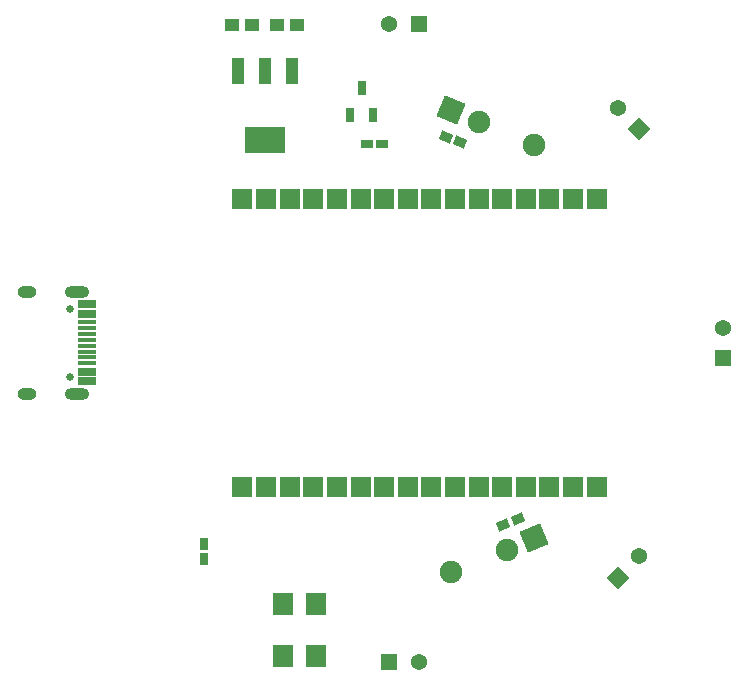
<source format=gbr>
G04 DipTrace 4.2.0.1*
G04 TopMask.gbr*
%MOIN*%
G04 #@! TF.FileFunction,Soldermask,Top*
G04 #@! TF.Part,Single*
%AMOUTLINE1*
4,1,4,
-0.024213,-0.007016,
-0.01216,0.022082,
0.024213,0.007016,
0.01216,-0.022082,
-0.024213,-0.007016,
0*%
%AMOUTLINE4*
4,1,4,
0.01216,0.022083,
0.024213,-0.007016,
-0.01216,-0.022083,
-0.024213,0.007016,
0.01216,0.022083,
0*%
%AMOUTLINE7*
4,1,4,
0.038139,0.0,
0.0,-0.038139,
-0.038139,0.0,
0.0,0.038139,
0.038139,0.0,
0*%
%AMOUTLINE10*
4,1,4,
0.0,-0.038139,
-0.038139,0.0,
0.0,0.038139,
0.038139,0.0,
0.0,-0.038139,
0*%
%AMOUTLINE13*
4,1,4,
-0.020242,0.048867,
0.048867,0.020242,
0.020242,-0.048867,
-0.048867,-0.020242,
-0.020242,0.048867,
0*%
%AMOUTLINE16*
4,1,4,
0.048868,-0.020241,
-0.020241,-0.048868,
-0.048868,0.020241,
0.020241,0.048868,
0.048868,-0.020241,
0*%
%ADD36C,0.025591*%
%ADD43R,0.13189X0.088583*%
%ADD45R,0.041339X0.088583*%
%ADD47C,0.074803*%
%ADD49R,0.066929X0.066929*%
%ADD51R,0.031496X0.03937*%
%ADD53R,0.03937X0.031496*%
%ADD55R,0.029528X0.045276*%
%ADD57O,0.062992X0.03937*%
%ADD59O,0.082677X0.03937*%
%ADD61R,0.061024X0.027559*%
%ADD63R,0.061024X0.015748*%
%ADD65R,0.066929X0.074803*%
%ADD67R,0.053937X0.053937*%
%ADD69C,0.053937*%
%ADD71R,0.047244X0.043307*%
%ADD76OUTLINE1*%
%ADD79OUTLINE4*%
%ADD82OUTLINE7*%
%ADD85OUTLINE10*%
%ADD88OUTLINE13*%
%ADD91OUTLINE16*%
%FSLAX26Y26*%
G04*
G70*
G90*
G75*
G01*
G04 TopMask*
%LPD*%
D71*
X1249054Y2802757D3*
X1182125D3*
X1398660D3*
X1331731D3*
D76*
X1892734Y2430660D3*
X1940019Y2411075D3*
D79*
X2132933Y1155070D3*
X2085648Y1135484D3*
D69*
X1704959Y2806694D3*
D67*
X1804959D3*
D69*
X2467635Y2527089D3*
D82*
X2538346Y2456379D3*
D69*
X2817951Y1793702D3*
D67*
Y1693702D3*
D69*
X2538347Y1031026D3*
D85*
X2467636Y960316D3*
D69*
X1804959Y680710D3*
D67*
X1704959D3*
D65*
X1459684Y873623D3*
X1349448D3*
X1459684Y700395D3*
X1349448D3*
D63*
X699104Y1733860D3*
Y1753545D3*
Y1773230D3*
Y1792915D3*
Y1812600D3*
Y1714175D3*
Y1694490D3*
Y1674804D3*
D61*
Y1840159D3*
Y1871655D3*
Y1615749D3*
Y1647245D3*
D59*
X663080Y1913781D3*
Y1573623D3*
D57*
X498513Y1913781D3*
Y1573623D3*
D36*
X642214Y1857482D3*
Y1629923D3*
D55*
X1575825Y2501576D3*
X1650629D3*
X1613227Y2592127D3*
D53*
X1680899Y2405119D3*
X1629718D3*
D51*
X1088858Y1072442D3*
Y1021261D3*
D49*
X1215589Y1263387D3*
X1294329D3*
X1373070D3*
X1451810D3*
X1530550D3*
X1609290D3*
X1688030D3*
X1766770D3*
X1845510D3*
X1924251D3*
X2002991D3*
X2081731D3*
X2160471D3*
X2239211D3*
X2317951D3*
X2396692D3*
Y2224017D3*
X2317951D3*
X2239211D3*
X2160471D3*
X2081731D3*
X2002991D3*
X1924251D3*
X1845510D3*
X1766770D3*
X1688030D3*
X1609290D3*
X1530550D3*
X1451810D3*
X1373070D3*
X1294329D3*
X1215589D3*
D88*
X1911652Y2517638D3*
D47*
X2004041Y2479371D3*
X2188818Y2402837D3*
D91*
X2188811Y1092443D3*
D47*
X2096424Y1054174D3*
X1911648Y977636D3*
D45*
X1380944Y2649214D3*
X1290392D3*
X1199841D3*
D43*
X1290392Y2420867D3*
M02*

</source>
